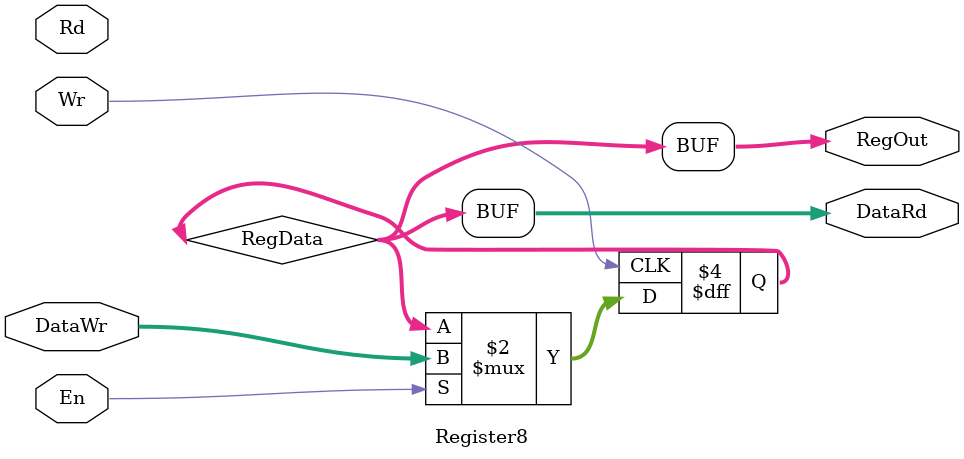
<source format=v>


//  Version: MPL 1.1
// 
//  The contents of this file are subject to the Mozilla Public License Version
//  1.1 (the "License"); you may not use this file except in compliance with
//  the License. You may obtain a copy of the License at
//  http://www.mozilla.org/MPL/
// 
//  Software distributed under the License is distributed on an "AS IS" basis,
//  WITHOUT WARRANTY OF ANY KIND, either express or implied. See the License
//  for the specific language governing rights and limitations under the
//  License.
// 
//  The Original Code is The Xport Logic Library.
// 
//  The Initial Developer of the Original Code is Charmed Labs LLC.
//  Portions created by the Initial Developer are Copyright (C) 2003
//  the Initial Developer. All Rights Reserved.
// 
//  Contributor(s): Rich LeGrand (rich@charmedlabs.com)
// 
//  END LICENSE BLOCK 

`ifndef _REGISTER8
`define _REGISTER8

module Register8(DataRd, DataWr, En, Rd, Wr, RegOut);

   output [7:0] DataRd;
   input  [7:0] DataWr;
   input  En;
   input  Rd;
   input  Wr;
   output [7:0] RegOut;

   reg [7:0] RegData;

   always @(negedge Wr)
      begin
      if (En)
         RegData <= DataWr[7:0];
      end

   assign DataRd = {8'h00, RegData};

   assign RegOut = RegData;

endmodule

`endif
</source>
